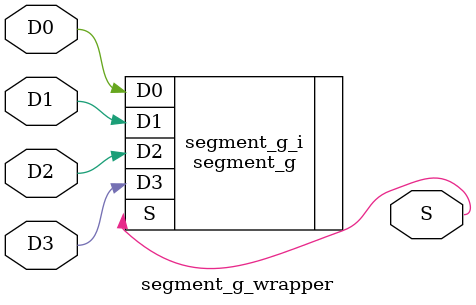
<source format=v>
`timescale 1 ps / 1 ps

module segment_g_wrapper
   (D0,
    D1,
    D2,
    D3,
    S);
  input D0;
  input D1;
  input D2;
  input D3;
  output S;

  wire D0;
  wire D1;
  wire D2;
  wire D3;
  wire S;

  segment_g segment_g_i
       (.D0(D0),
        .D1(D1),
        .D2(D2),
        .D3(D3),
        .S(S));
endmodule

</source>
